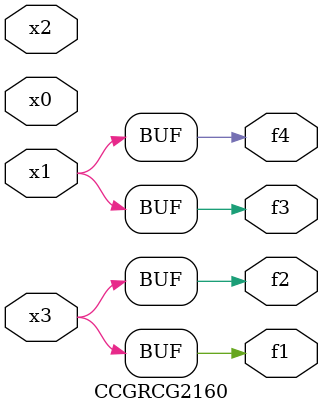
<source format=v>
module CCGRCG2160(
	input x0, x1, x2, x3,
	output f1, f2, f3, f4
);
	assign f1 = x3;
	assign f2 = x3;
	assign f3 = x1;
	assign f4 = x1;
endmodule

</source>
